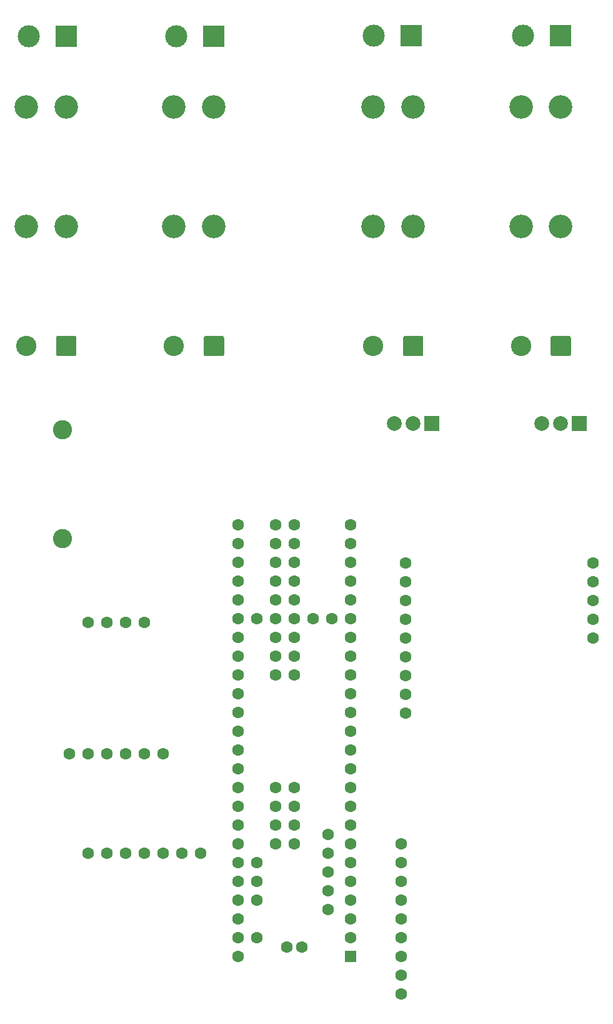
<source format=gbr>
G04 #@! TF.GenerationSoftware,KiCad,Pcbnew,(5.1.7)-1*
G04 #@! TF.CreationDate,2022-01-29T11:48:53-05:00*
G04 #@! TF.ProjectId,REV2_SPRING_2022,52455632-5f53-4505-9249-4e475f323032,rev?*
G04 #@! TF.SameCoordinates,Original*
G04 #@! TF.FileFunction,Soldermask,Bot*
G04 #@! TF.FilePolarity,Negative*
%FSLAX46Y46*%
G04 Gerber Fmt 4.6, Leading zero omitted, Abs format (unit mm)*
G04 Created by KiCad (PCBNEW (5.1.7)-1) date 2022-01-29 11:48:53*
%MOMM*%
%LPD*%
G01*
G04 APERTURE LIST*
%ADD10C,1.600000*%
%ADD11R,1.600000X1.600000*%
%ADD12R,3.000000X3.000000*%
%ADD13C,3.000000*%
%ADD14R,2.000000X2.000000*%
%ADD15C,2.000000*%
%ADD16C,2.750000*%
%ADD17C,3.200000*%
%ADD18C,2.600000*%
G04 APERTURE END LIST*
D10*
X124395000Y-153910000D03*
X124395000Y-151370000D03*
X124395000Y-148830000D03*
X124395000Y-146290000D03*
X124395000Y-143750000D03*
X124395000Y-141210000D03*
X124395000Y-138670000D03*
X124395000Y-136130000D03*
X124395000Y-133590000D03*
X124935000Y-95590000D03*
X124935000Y-98130000D03*
X124935000Y-100670000D03*
X124935000Y-103210000D03*
X124935000Y-105750000D03*
X124935000Y-108290000D03*
X124935000Y-110830000D03*
X124935000Y-113370000D03*
X124935000Y-115910000D03*
X150335000Y-105750000D03*
X150335000Y-103210000D03*
X150335000Y-100670000D03*
X150335000Y-98130000D03*
X150335000Y-95590000D03*
X97185000Y-134879000D03*
X94645000Y-134879000D03*
X92105000Y-134879000D03*
X89565000Y-134879000D03*
X87025000Y-134879000D03*
X84485000Y-134879000D03*
X81945000Y-134879000D03*
X79405000Y-121417000D03*
X81945000Y-121417000D03*
X84485000Y-121417000D03*
X87025000Y-121417000D03*
X89565000Y-121417000D03*
X92105000Y-121417000D03*
X81945000Y-103637000D03*
X84485000Y-103637000D03*
X87025000Y-103637000D03*
X89565000Y-103637000D03*
X117505000Y-108209000D03*
X117505000Y-105669000D03*
X117505000Y-103129000D03*
X117505000Y-100589000D03*
X117505000Y-110749000D03*
X117505000Y-113289000D03*
X117505000Y-115829000D03*
X117505000Y-98049000D03*
X117505000Y-95509000D03*
X117505000Y-92969000D03*
X117505000Y-90429000D03*
X114965000Y-103129000D03*
X112425000Y-103129000D03*
X109885000Y-103129000D03*
X107345000Y-103129000D03*
X104805000Y-103129000D03*
X102265000Y-90429000D03*
X102265000Y-92969000D03*
X102265000Y-95509000D03*
X102265000Y-98049000D03*
X102265000Y-100589000D03*
X102265000Y-103129000D03*
X102265000Y-105669000D03*
X102265000Y-108209000D03*
X117505000Y-118369000D03*
X117505000Y-120909000D03*
X117505000Y-123449000D03*
X117505000Y-125989000D03*
X117505000Y-128529000D03*
X117505000Y-131069000D03*
X117505000Y-133609000D03*
X117505000Y-136149000D03*
X117505000Y-138689000D03*
X117505000Y-141229000D03*
X117505000Y-143769000D03*
X117505000Y-146309000D03*
D11*
X117505000Y-148849000D03*
D10*
X102265000Y-110749000D03*
X102265000Y-113289000D03*
X102265000Y-115829000D03*
X102265000Y-118369000D03*
X102265000Y-120909000D03*
X102265000Y-123449000D03*
X102265000Y-125989000D03*
X102265000Y-128529000D03*
X102265000Y-131069000D03*
X102265000Y-133609000D03*
X102265000Y-136149000D03*
X102265000Y-138689000D03*
X102265000Y-141229000D03*
X102265000Y-143769000D03*
X102265000Y-146309000D03*
X102265000Y-148849000D03*
X104805000Y-146309000D03*
X104805000Y-141229000D03*
X104805000Y-138689000D03*
X104805000Y-136149000D03*
X114505000Y-142499000D03*
X114505000Y-139959000D03*
X114505000Y-137419000D03*
X114505000Y-134879000D03*
X114505000Y-132339000D03*
X107345000Y-100589000D03*
X107345000Y-98049000D03*
X107345000Y-95509000D03*
X107345000Y-92969000D03*
X109885000Y-92969000D03*
X109885000Y-95509000D03*
X109885000Y-98049000D03*
X109885000Y-100589000D03*
X107345000Y-90429000D03*
X109885000Y-90429000D03*
X107345000Y-105669000D03*
X109885000Y-105669000D03*
X107345000Y-108209000D03*
X109885000Y-108209000D03*
X107345000Y-110749000D03*
X109885000Y-110749000D03*
X109885000Y-131069000D03*
X109885000Y-133609000D03*
X109885000Y-128529000D03*
X109885000Y-125989000D03*
X107345000Y-125989000D03*
X107345000Y-128529000D03*
X107345000Y-131069000D03*
X107345000Y-133609000D03*
X110895000Y-147579000D03*
X108875000Y-147579000D03*
D12*
X146000000Y-24200000D03*
D13*
X140920000Y-24200000D03*
D14*
X148540000Y-76750000D03*
D15*
X146000000Y-76750000D03*
X143460000Y-76750000D03*
D12*
X125750000Y-24250000D03*
D13*
X120670000Y-24250000D03*
D14*
X128500000Y-76750000D03*
D15*
X125960000Y-76750000D03*
X123420000Y-76750000D03*
G36*
G01*
X100375000Y-65124998D02*
X100375000Y-67375002D01*
G75*
G02*
X100125002Y-67625000I-249998J0D01*
G01*
X97874998Y-67625000D01*
G75*
G02*
X97625000Y-67375002I0J249998D01*
G01*
X97625000Y-65124998D01*
G75*
G02*
X97874998Y-64875000I249998J0D01*
G01*
X100125002Y-64875000D01*
G75*
G02*
X100375000Y-65124998I0J-249998D01*
G01*
G37*
D16*
X93600000Y-66250000D03*
D17*
X99000000Y-50050000D03*
X99000000Y-33850000D03*
X93600000Y-50050000D03*
X93600000Y-33850000D03*
D12*
X99000000Y-24300000D03*
D13*
X93920000Y-24300000D03*
D17*
X73600000Y-33850000D03*
X73600000Y-50050000D03*
X79000000Y-33850000D03*
X79000000Y-50050000D03*
D16*
X73600000Y-66250000D03*
G36*
G01*
X80375000Y-65124998D02*
X80375000Y-67375002D01*
G75*
G02*
X80125002Y-67625000I-249998J0D01*
G01*
X77874998Y-67625000D01*
G75*
G02*
X77625000Y-67375002I0J249998D01*
G01*
X77625000Y-65124998D01*
G75*
G02*
X77874998Y-64875000I249998J0D01*
G01*
X80125002Y-64875000D01*
G75*
G02*
X80375000Y-65124998I0J-249998D01*
G01*
G37*
D13*
X73920000Y-24300000D03*
D12*
X79000000Y-24300000D03*
D17*
X140600000Y-33850000D03*
X140600000Y-50050000D03*
X146000000Y-33850000D03*
X146000000Y-50050000D03*
D16*
X140600000Y-66250000D03*
G36*
G01*
X147375000Y-65124998D02*
X147375000Y-67375002D01*
G75*
G02*
X147125002Y-67625000I-249998J0D01*
G01*
X144874998Y-67625000D01*
G75*
G02*
X144625000Y-67375002I0J249998D01*
G01*
X144625000Y-65124998D01*
G75*
G02*
X144874998Y-64875000I249998J0D01*
G01*
X147125002Y-64875000D01*
G75*
G02*
X147375000Y-65124998I0J-249998D01*
G01*
G37*
D17*
X120600000Y-33850000D03*
X120600000Y-50050000D03*
X126000000Y-33850000D03*
X126000000Y-50050000D03*
D16*
X120600000Y-66250000D03*
G36*
G01*
X127375000Y-65124998D02*
X127375000Y-67375002D01*
G75*
G02*
X127125002Y-67625000I-249998J0D01*
G01*
X124874998Y-67625000D01*
G75*
G02*
X124625000Y-67375002I0J249998D01*
G01*
X124625000Y-65124998D01*
G75*
G02*
X124874998Y-64875000I249998J0D01*
G01*
X127125002Y-64875000D01*
G75*
G02*
X127375000Y-65124998I0J-249998D01*
G01*
G37*
D18*
X78500000Y-77600000D03*
X78500000Y-92350000D03*
M02*

</source>
